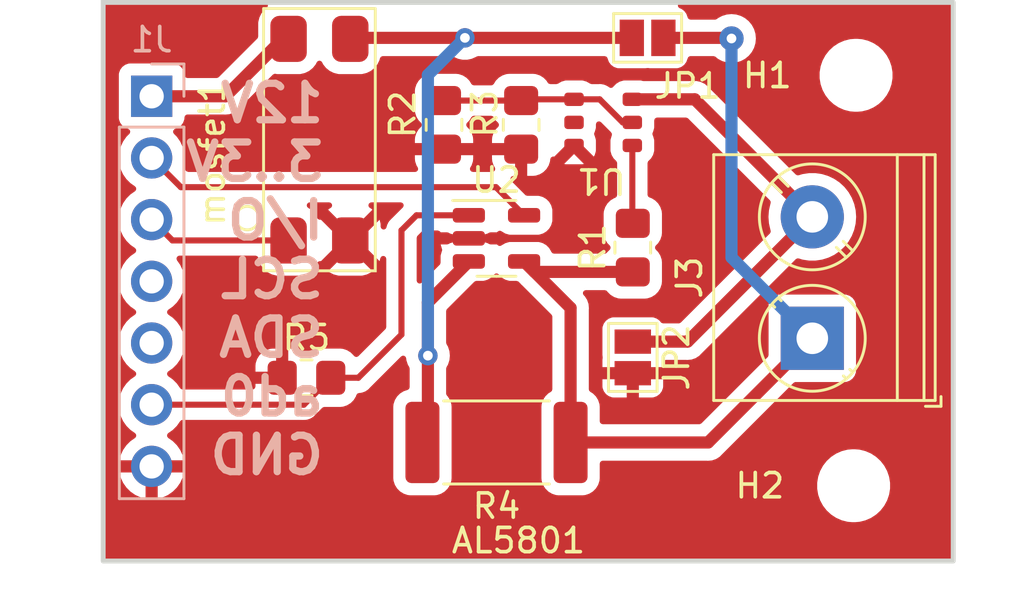
<source format=kicad_pcb>
(kicad_pcb (version 20221018) (generator pcbnew)
  (layers (0 "F.Cu" signal) (31 "B.Cu" signal) (34 "B.Paste" user) (35 "F.Paste" user) (36 "B.SilkS" user "B.Silkscreen") (37 "F.SilkS" user "F.Silkscreen") (38 "B.Mask" user) (39 "F.Mask" user) (44 "Edge.Cuts" user))
  (net 0 "")
  (net 1 "VSS")
  (net 2 "GND")
  (net 3 "/led-")
  (net 4 "Net-(U1-BIAS)")
  (net 5 "Net-(U1-FB)")
  (net 7 "+3V3")
  (net 8 "/I{slash}O")
  (net 9 "/scl")
  (net 10 "/sda")
  (net 11 "/ad0")
  (net 12 "/led+")
  (net 13 "/V_{in+}")
  (footprint "MountingHole:MountingHole_2.5mm" (layer "F.Cu") (at 157.48 78.1812)
    (fp_text reference "H2" (at -3.8608 0) (layer "F.SilkS"))
    (fp_text value "MountingHole_Pad")
    (pad "" np_thru_hole circle (at 0 0) (size 2.5 2.5) (drill 2.5) (layers "*.Cu" "*.Mask"))
  )
  (footprint "Resistor_SMD:R_0805_2012Metric_Pad1.20x1.40mm_HandSolder" (layer "F.Cu") (at 148.3868 68.3768 90)
    (fp_text reference "R1" (at 0 -1.65 90) (layer "F.SilkS"))
    (fp_text value "R")
    (fp_line (start -0.227064 -0.735) (end 0.227064 -0.735) (stroke (width 0.12)) (layer "F.SilkS"))
    (fp_line (start -0.227064 0.735) (end 0.227064 0.735) (stroke (width 0.12)) (layer "F.SilkS"))
    (pad "1" smd roundrect (at -1 0 90) (size 1.2 1.4) (layers "F.Cu" "F.Paste" "F.Mask") (roundrect_rratio 0.2083333333) (net 12 "/led+"))
    (pad "2" smd roundrect (at 1 0 90) (size 1.2 1.4) (layers "F.Cu" "F.Paste" "F.Mask") (roundrect_rratio 0.2083333333) (net 4 "Net-(U1-BIAS)"))
  )
  (footprint "Jumper:SolderJumper-2_P1.3mm_Open_Pad1.0x1.5mm" (layer "F.Cu") (at 148.9964 59.7408)
    (fp_text reference "JP1" (at 1.651 1.9812) (layer "F.SilkS"))
    (fp_text value "SolderJumper_2_Open")
    (fp_line (start -1.4 -1) (end 1.4 -1) (stroke (width 0.12)) (layer "F.SilkS"))
    (fp_line (start -1.4 1) (end -1.4 -1) (stroke (width 0.12)) (layer "F.SilkS"))
    (fp_line (start 1.4 -1) (end 1.4 1) (stroke (width 0.12)) (layer "F.SilkS"))
    (fp_line (start 1.4 1) (end -1.4 1) (stroke (width 0.12)) (layer "F.SilkS"))
    (pad "1" smd rect (at -0.65 0) (size 1 1.5) (layers "F.Cu" "F.Mask") (net 13 "/V_{in+}"))
    (pad "2" smd rect (at 0.65 0) (size 1 1.5) (layers "F.Cu" "F.Mask") (net 12 "/led+"))
  )
  (footprint "Jumper:SolderJumper-2_P1.3mm_Open_Pad1.0x1.5mm" (layer "F.Cu") (at 148.3868 72.898 -90)
    (fp_text reference "JP2" (at 0 -1.8 90) (layer "F.SilkS"))
    (fp_text value "SolderJumper_2_Open")
    (fp_line (start -1.4 -1) (end 1.4 -1) (stroke (width 0.12)) (layer "F.SilkS"))
    (fp_line (start -1.4 1) (end -1.4 -1) (stroke (width 0.12)) (layer "F.SilkS"))
    (fp_line (start 1.4 -1) (end 1.4 1) (stroke (width 0.12)) (layer "F.SilkS"))
    (fp_line (start 1.4 1) (end -1.4 1) (stroke (width 0.12)) (layer "F.SilkS"))
    (pad "1" smd rect (at -0.65 0 270) (size 1 1.5) (layers "F.Cu" "F.Mask") (net 3 "/led-"))
    (pad "2" smd rect (at 0.65 0 270) (size 1 1.5) (layers "F.Cu" "F.Mask") (net 2 "GND"))
  )
  (footprint "TerminalBlock_Phoenix:TerminalBlock_Phoenix_PT-1,5-2-5.0-H_1x02_P5.00mm_Horizontal" (layer "F.Cu") (at 155.7782 72.1106 90)
    (fp_text reference "J3" (at 2.5 -5.06 90) (layer "F.SilkS"))
    (fp_text value "Screw_Terminal_01x02")
    (fp_line (start -2.8 4.66) (end -2.8 5.3) (stroke (width 0.12)) (layer "F.SilkS"))
    (fp_line (start -2.8 5.3) (end -2.4 5.3) (stroke (width 0.12)) (layer "F.SilkS"))
    (fp_line (start -2.56 -4.06) (end -2.56 5.06) (stroke (width 0.12)) (layer "F.SilkS"))
    (fp_line (start -2.56 -4.06) (end 7.56 -4.06) (stroke (width 0.12)) (layer "F.SilkS"))
    (fp_line (start -2.56 3.5) (end 7.56 3.5) (stroke (width 0.12)) (layer "F.SilkS"))
    (fp_line (start -2.56 4.6) (end 7.56 4.6) (stroke (width 0.12)) (layer "F.SilkS"))
    (fp_line (start -2.56 5.06) (end 7.56 5.06) (stroke (width 0.12)) (layer "F.SilkS"))
    (fp_line (start -1.548 1.281) (end -1.654 1.388) (stroke (width 0.12)) (layer "F.SilkS"))
    (fp_line (start -1.282 1.547) (end -1.388 1.654) (stroke (width 0.12)) (layer "F.SilkS"))
    (fp_line (start 1.388 -1.654) (end 1.281 -1.547) (stroke (width 0.12)) (layer "F.SilkS"))
    (fp_line (start 1.654 -1.388) (end 1.547 -1.281) (stroke (width 0.12)) (layer "F.SilkS"))
    (fp_line (start 3.742 0.992) (end 3.347 1.388) (stroke (width 0.12)) (layer "F.SilkS"))
    (fp_line (start 3.993 1.274) (end 3.613 1.654) (stroke (width 0.12)) (layer "F.SilkS"))
    (fp_line (start 6.388 -1.654) (end 6.008 -1.274) (stroke (width 0.12)) (layer "F.SilkS"))
    (fp_line (start 6.654 -1.388) (end 6.259 -0.992) (stroke (width 0.12)) (layer "F.SilkS"))
    (fp_line (start 7.56 -4.06) (end 7.56 5.06) (stroke (width 0.12)) (layer "F.SilkS"))
    (fp_circle (center 0 0) (end 2.18 0) (stroke (width 0.12)) (fill none) (layer "F.SilkS"))
    (fp_circle (center 5 0) (end 7.18 0) (stroke (width 0.12)) (fill none) (layer "F.SilkS"))
    (pad "1" thru_hole rect (at 0 0 90) (size 2.6 2.6) (drill 1.3) (layers "*.Cu" "*.Mask") (net 12 "/led+"))
    (pad "2" thru_hole circle (at 5 0 90) (size 2.6 2.6) (drill 1.3) (layers "*.Cu" "*.Mask") (net 3 "/led-"))
  )
  (footprint "Resistor_SMD:R_2512_6332Metric_Pad1.40x3.35mm_HandSolder" (layer "F.Cu") (at 142.775 76.4 180)
    (fp_text reference "R4" (at 0 -2.62 180) (layer "F.SilkS"))
    (fp_text value "Rs")
    (fp_line (start -2.177064 -1.71) (end 2.177064 -1.71) (stroke (width 0.12)) (layer "F.SilkS"))
    (fp_line (start -2.177064 1.71) (end 2.177064 1.71) (stroke (width 0.12)) (layer "F.SilkS"))
    (pad "1" smd roundrect (at -3.05 0 180) (size 1.4 3.35) (layers "F.Cu" "F.Paste" "F.Mask") (roundrect_rratio 0.178571) (net 12 "/led+"))
    (pad "2" smd roundrect (at 3.05 0 180) (size 1.4 3.35) (layers "F.Cu" "F.Paste" "F.Mask") (roundrect_rratio 0.178571) (net 13 "/V_{in+}"))
  )
  (footprint "MountingHole:MountingHole_2.5mm" (layer "F.Cu") (at 157.58 61.2812)
    (fp_text reference "H1" (at -3.656 0.009) (layer "F.SilkS"))
    (fp_text value "MountingHole_Pad")
    (pad "" np_thru_hole circle (at 0 0) (size 2.5 2.5) (drill 2.5) (layers "*.Cu" "*.Mask"))
  )
  (footprint "own-footprints:AL5801" (layer "F.Cu") (at 147.1676 63.2206 180)
    (fp_text reference "U1" (at 0.0762 -2.413 180 unlocked) (layer "F.SilkS"))
    (fp_text value "AL5801W6-7")
    (pad "1" smd roundrect (at -1.2 -0.95 270) (size 0.55 0.8) (layers "F.Cu" "F.Paste" "F.Mask") (net 4 "Net-(U1-BIAS)"))
    (pad "2" smd roundrect (at -1.2 0 270) (size 0.55 0.8) (layers "F.Cu" "F.Paste" "F.Mask") (net 5 "Net-(U1-FB)"))
    (pad "3" smd roundrect (at -1.2 0.95 270) (size 0.55 0.8) (layers "F.Cu" "F.Paste" "F.Mask") (net 3 "/led-"))
    (pad "4" smd roundrect (at 1.2 0.95 270) (size 0.55 0.8) (layers "F.Cu" "F.Paste" "F.Mask") (net 5 "Net-(U1-FB)"))
    (pad "5" smd roundrect (at 1.2 0 270) (size 0.55 0.8) (layers "F.Cu" "F.Paste" "F.Mask"))
    (pad "6" smd roundrect (at 1.2 -0.95 270) (size 0.55 0.8) (layers "F.Cu" "F.Paste" "F.Mask") (net 2 "GND"))
  )
  (footprint "Resistor_SMD:R_0805_2012Metric_Pad1.20x1.40mm_HandSolder" (layer "F.Cu") (at 143.7894 63.3222 -90)
    (fp_text reference "R3" (at -0.4572 1.4986 90) (layer "F.SilkS"))
    (fp_text value "R")
    (fp_line (start -0.227064 -0.735) (end 0.227064 -0.735) (stroke (width 0.12)) (layer "F.SilkS"))
    (fp_line (start -0.227064 0.735) (end 0.227064 0.735) (stroke (width 0.12)) (layer "F.SilkS"))
    (pad "1" smd roundrect (at -1 0 270) (size 1.2 1.4) (layers "F.Cu" "F.Paste" "F.Mask") (roundrect_rratio 0.2083333333) (net 5 "Net-(U1-FB)"))
    (pad "2" smd roundrect (at 1 0 270) (size 1.2 1.4) (layers "F.Cu" "F.Paste" "F.Mask") (roundrect_rratio 0.2083333333) (net 2 "GND"))
  )
  (footprint "Package_TO_SOT_SMD:SOT-23-5" (layer "F.Cu") (at 142.7734 67.9958)
    (fp_text reference "U2" (at 0 -2.4) (layer "F.SilkS"))
    (fp_text value "INA169")
    (fp_line (start 0 -1.56) (end -1.8 -1.56) (stroke (width 0.12)) (layer "F.SilkS"))
    (fp_line (start 0 -1.56) (end 0.8 -1.56) (stroke (width 0.12)) (layer "F.SilkS"))
    (fp_line (start 0 1.56) (end -0.8 1.56) (stroke (width 0.12)) (layer "F.SilkS"))
    (fp_line (start 0 1.56) (end 0.8 1.56) (stroke (width 0.12)) (layer "F.SilkS"))
    (pad "1" smd roundrect (at -1.1375 -0.95) (size 1.325 0.6) (layers "F.Cu" "F.Paste" "F.Mask") (net 11 "/ad0"))
    (pad "2" smd roundrect (at -1.1375 0) (size 1.325 0.6) (layers "F.Cu" "F.Paste" "F.Mask") (net 2 "GND"))
    (pad "3" smd roundrect (at -1.1375 0.95) (size 1.325 0.6) (layers "F.Cu" "F.Paste" "F.Mask") (net 13 "/V_{in+}"))
    (pad "4" smd roundrect (at 1.1375 0.95) (size 1.325 0.6) (layers "F.Cu" "F.Paste" "F.Mask") (net 12 "/led+"))
    (pad "5" smd roundrect (at 1.1375 -0.95) (size 1.325 0.6) (layers "F.Cu" "F.Paste" "F.Mask") (net 7 "+3V3"))
  )
  (footprint "own-footprints:AQY211EHAZ" (layer "F.Cu") (at 135.4836 63.9318 180)
    (fp_text reference "mosfet1" (at 4.411751 -0.5334 90 unlocked) (layer "F.SilkS"))
    (fp_text value "TLP222A")
    (fp_rect (start -2.3 -5.4) (end 2.3 5.4) (stroke (width 0.12)) (fill none) (layer "F.SilkS"))
    (fp_circle (center 2.97 -3.23) (end 2.66 -3.6) (stroke (width 0.12)) (fill none) (layer "F.SilkS"))
    (pad "1" smd roundrect (at 1.27 -4.150004 270) (size 1.9 1.5) (layers "F.Cu" "F.Paste" "F.Mask") (net 8 "/I{slash}O"))
    (pad "2" smd roundrect (at -1.27 -4.150004 270) (size 1.9 1.5) (layers "F.Cu" "F.Paste" "F.Mask") (net 2 "GND"))
    (pad "3" smd roundrect (at -1.27 4.149996 270) (size 1.9 1.5) (layers "F.Cu" "F.Paste" "F.Mask") (net 13 "/V_{in+}"))
    (pad "4" smd roundrect (at 1.27 4.149996 270) (size 1.9 1.5) (layers "F.Cu" "F.Paste" "F.Mask") (net 1 "VSS"))
  )
  (footprint "Resistor_SMD:R_0805_2012Metric_Pad1.20x1.40mm_HandSolder" (layer "F.Cu") (at 134.9502 73.7362)
    (fp_text reference "R5" (at 0 -1.65) (layer "F.SilkS"))
    (fp_text value "Rl")
    (fp_line (start -0.227064 -0.735) (end 0.227064 -0.735) (stroke (width 0.12)) (layer "F.SilkS"))
    (fp_line (start -0.227064 0.735) (end 0.227064 0.735) (stroke (width 0.12)) (layer "F.SilkS"))
    (pad "1" smd roundrect (at -1 0) (size 1.2 1.4) (layers "F.Cu" "F.Paste" "F.Mask") (roundrect_rratio 0.2083333333) (net 2 "GND"))
    (pad "2" smd roundrect (at 1 0) (size 1.2 1.4) (layers "F.Cu" "F.Paste" "F.Mask") (roundrect_rratio 0.2083333333) (net 11 "/ad0"))
  )
  (footprint "Resistor_SMD:R_0805_2012Metric_Pad1.20x1.40mm_HandSolder" (layer "F.Cu") (at 140.6144 63.3222 -90)
    (fp_text reference "R2" (at -0.4318 1.7018 90) (layer "F.SilkS"))
    (fp_text value "R")
    (fp_line (start -0.227064 -0.735) (end 0.227064 -0.735) (stroke (width 0.12)) (layer "F.SilkS"))
    (fp_line (start -0.227064 0.735) (end 0.227064 0.735) (stroke (width 0.12)) (layer "F.SilkS"))
    (pad "1" smd roundrect (at -1 0 270) (size 1.2 1.4) (layers "F.Cu" "F.Paste" "F.Mask") (roundrect_rratio 0.2083333333) (net 5 "Net-(U1-FB)"))
    (pad "2" smd roundrect (at 1 0 270) (size 1.2 1.4) (layers "F.Cu" "F.Paste" "F.Mask") (roundrect_rratio 0.2083333333) (net 2 "GND"))
  )
  (footprint "Connector_PinHeader_2.54mm:PinHeader_1x07_P2.54mm_Vertical" (layer "B.Cu") (at 128.575 62.145 180)
    (fp_text reference "J1" (at 0 2.33) (layer "B.SilkS") (effects (justify mirror)))
    (fp_text value "Conn_01x07_Pin")
    (fp_line (start -1.33 -16.57) (end 1.33 -16.57) (stroke (width 0.12)) (layer "B.SilkS"))
    (fp_line (start -1.33 -1.27) (end -1.33 -16.57) (stroke (width 0.12)) (layer "B.SilkS"))
    (fp_line (start -1.33 -1.27) (end 1.33 -1.27) (stroke (width 0.12)) (layer "B.SilkS"))
    (fp_line (start -1.33 0) (end -1.33 1.33) (stroke (width 0.12)) (layer "B.SilkS"))
    (fp_line (start -1.33 1.33) (end 0 1.33) (stroke (width 0.12)) (layer "B.SilkS"))
    (fp_line (start 1.33 -1.27) (end 1.33 -16.57) (stroke (width 0.12)) (layer "B.SilkS"))
    (pad "1" thru_hole rect (at 0 0 180) (size 1.7 1.7) (drill 1) (layers "*.Cu" "*.Mask") (net 1 "VSS"))
    (pad "2" thru_hole oval (at 0 -2.54 180) (size 1.7 1.7) (drill 1) (layers "*.Cu" "*.Mask") (net 7 "+3V3"))
    (pad "3" thru_hole oval (at 0 -5.08 180) (size 1.7 1.7) (drill 1) (layers "*.Cu" "*.Mask") (net 8 "/I{slash}O"))
    (pad "4" thru_hole oval (at 0 -7.62 180) (size 1.7 1.7) (drill 1) (layers "*.Cu" "*.Mask") (net 9 "/scl"))
    (pad "5" thru_hole oval (at 0 -10.16 180) (size 1.7 1.7) (drill 1) (layers "*.Cu" "*.Mask") (net 10 "/sda"))
    (pad "6" thru_hole oval (at 0 -12.7 180) (size 1.7 1.7) (drill 1) (layers "*.Cu" "*.Mask") (net 11 "/ad0"))
    (pad "7" thru_hole oval (at 0 -15.24 180) (size 1.7 1.7) (drill 1) (layers "*.Cu" "*.Mask") (net 2 "GND"))
  )
  (gr_rect (start 126.58 58.2812) (end 161.58 81.2812) (stroke (width 0.2)) (fill none) (layer "Edge.Cuts"))
  (gr_text "12V\n3..3V\nI/O\nSCL\nSDA\nad0\nGND" (at 135.8 77.8) (layer "B.SilkS") (effects (font (size 1.5 1.5) (thickness 0.3) bold) (justify left bottom mirror)))
  (gr_text "AL5801" (at 140.843 81.026) (layer "F.SilkS") (effects (font (size 1 1)) (justify left bottom)))
  (segment (start 131.613955 62.145) (end 128.575 62.145) (width 0.5) (layer "F.Cu") (net 1))
  (segment (start 134.2136 59.781804) (end 133.977151 59.781804) (width 0.5) (layer "F.Cu") (net 1))
  (segment (start 133.977151 59.781804) (end 131.613955 62.145) (width 0.5) (layer "F.Cu") (net 1))
  (segment (start 150.9382 62.2706) (end 155.7782 67.1106) (width 0.5) (layer "F.Cu") (net 3))
  (segment (start 150.6408 72.248) (end 148.3868 72.248) (width 0.5) (layer "F.Cu") (net 3))
  (segment (start 148.3676 62.2706) (end 150.9382 62.2706) (width 0.5) (layer "F.Cu") (net 3))
  (segment (start 155.7782 67.1106) (end 150.6408 72.248) (width 0.5) (layer "F.Cu") (net 3))
  (segment (start 148.3676 67.3576) (end 148.3868 67.3768) (width 0.25) (layer "F.Cu") (net 4))
  (segment (start 148.3676 64.1706) (end 148.3676 67.3576) (width 0.25) (layer "F.Cu") (net 4))
  (segment (start 143.841 62.2706) (end 143.7894 62.3222) (width 0.25) (layer "F.Cu") (net 5))
  (segment (start 145.9676 62.2706) (end 143.841 62.2706) (width 0.25) (layer "F.Cu") (net 5))
  (segment (start 147.971674 63.2206) (end 147.021674 62.2706) (width 0.25) (layer "F.Cu") (net 5))
  (segment (start 143.7894 62.3222) (end 140.6144 62.3222) (width 0.25) (layer "F.Cu") (net 5))
  (segment (start 147.021674 62.2706) (end 145.9676 62.2706) (width 0.25) (layer "F.Cu") (net 5))
  (segment (start 148.3676 63.2206) (end 147.971674 63.2206) (width 0.25) (layer "F.Cu") (net 5))
  (segment (start 142.7527 65.8876) (end 129.7776 65.8876) (width 0.25) (layer "F.Cu") (net 7))
  (segment (start 129.7776 65.8876) (end 128.575 64.685) (width 0.25) (layer "F.Cu") (net 7))
  (segment (start 143.9109 67.0458) (end 142.7527 65.8876) (width 0.25) (layer "F.Cu") (net 7))
  (segment (start 129.431804 68.081804) (end 128.575 67.225) (width 0.25) (layer "F.Cu") (net 8))
  (segment (start 134.2136 68.081804) (end 129.431804 68.081804) (width 0.25) (layer "F.Cu") (net 8))
  (segment (start 134.8414 74.845) (end 128.575 74.845) (width 0.25) (layer "F.Cu") (net 11))
  (segment (start 135.9502 73.7362) (end 137.0838 73.7362) (width 0.25) (layer "F.Cu") (net 11))
  (segment (start 138.8618 67.6656) (end 139.4816 67.0458) (width 0.25) (layer "F.Cu") (net 11))
  (segment (start 137.0838 73.7362) (end 138.8618 71.9582) (width 0.25) (layer "F.Cu") (net 11))
  (segment (start 135.9502 73.7362) (end 134.8414 74.845) (width 0.25) (layer "F.Cu") (net 11))
  (segment (start 138.8618 71.9582) (end 138.8618 67.6656) (width 0.25) (layer "F.Cu") (net 11))
  (segment (start 139.4816 67.0458) (end 141.6359 67.0458) (width 0.25) (layer "F.Cu") (net 11))
  (segment (start 152.4254 59.7408) (end 152.4508 59.7662) (width 0.2) (layer "F.Cu") (net 12))
  (segment (start 144.3419 69.3768) (end 143.9109 68.9458) (width 0.5) (layer "F.Cu") (net 12))
  (segment (start 145.825 70.8599) (end 145.825 76.4) (width 0.5) (layer "F.Cu") (net 12))
  (segment (start 143.9109 68.9458) (end 145.825 70.8599) (width 0.5) (layer "F.Cu") (net 12))
  (segment (start 149.6464 59.7408) (end 152.4254 59.7408) (width 0.5) (layer "F.Cu") (net 12))
  (segment (start 145.825 76.4) (end 151.4888 76.4) (width 0.5) (layer "F.Cu") (net 12))
  (segment (start 151.4888 76.4) (end 155.7782 72.1106) (width 0.5) (layer "F.Cu") (net 12))
  (segment (start 148.3868 69.3768) (end 144.3419 69.3768) (width 0.5) (layer "F.Cu") (net 12))
  (via (at 152.4508 59.7662) (size 1) (drill 0.4) (layers "F.Cu" "B.Cu") (net 12))
  (segment (start 152.4508 68.7832) (end 155.7782 72.1106) (width 0.5) (layer "B.Cu") (net 12))
  (segment (start 152.4508 59.7662) (end 152.4508 68.7832) (width 0.5) (layer "B.Cu") (net 12))
  (segment (start 148.3464 59.7408) (end 141.475 59.7408) (width 0.5) (layer "F.Cu") (net 13))
  (segment (start 139.95 72.825) (end 139.95 76.175) (width 0.5) (layer "F.Cu") (net 13))
  (segment (start 136.794604 59.7408) (end 136.7536 59.781804) (width 0.5) (layer "F.Cu") (net 13))
  (segment (start 139.95 76.175) (end 139.725 76.4) (width 0.5) (layer "F.Cu") (net 13))
  (segment (start 139.95 72.825) (end 139.95 70.6317) (width 0.5) (layer "F.Cu") (net 13))
  (segment (start 139.95 70.6317) (end 141.6359 68.9458) (width 0.5) (layer "F.Cu") (net 13))
  (segment (start 141.475 59.7408) (end 136.794604 59.7408) (width 0.5) (layer "F.Cu") (net 13))
  (via (at 139.95 72.825) (size 0.8) (drill 0.4) (layers "F.Cu" "B.Cu") (net 13))
  (via (at 141.475 59.7408) (size 0.8) (drill 0.4) (layers "F.Cu" "B.Cu") (net 13))
  (segment (start 139.95 61.2658) (end 141.475 59.7408) (width 0.5) (layer "B.Cu") (net 13))
  (segment (start 139.95 72.825) (end 139.95 61.2658) (width 0.5) (layer "B.Cu") (net 13))
  (zone (net 2) (net_name "GND") (layer "F.Cu") (connect_pads (clearance 0.5)) (min_thickness 0.25) (fill yes (thermal_gap 0.5) (thermal_bridge_width 0.5))
    (polygon (pts (xy 126.6 58.2) (xy 161.6 58.2) (xy 161.6 81.4) (xy 126.6 81.4)))
  )
)
</source>
